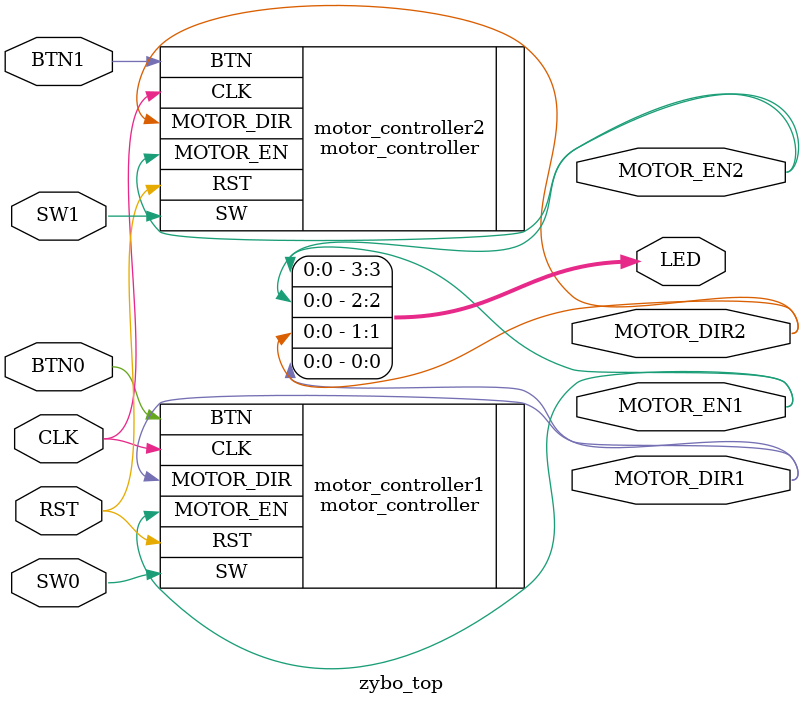
<source format=v>
module zybo_top (

input         CLK,
input         RST,
input         SW0,
input         SW1,
input         BTN0,
input         BTN1,

output [3:0]  LED,
output        MOTOR_EN1,
output        MOTOR_EN2,
output        MOTOR_DIR1,
output        MOTOR_DIR2

);

parameter DEAD_TIME = 26'd124999999;

motor_controller #(.DEAD_TIME(DEAD_TIME)) motor_controller1 (
  .CLK(CLK),
  .RST(RST),
  .SW(SW0),
  .BTN(BTN0),

  .MOTOR_DIR(MOTOR_DIR1),
  .MOTOR_EN(MOTOR_EN1)
);

motor_controller #(.DEAD_TIME(DEAD_TIME)) motor_controller2 (
  .CLK(CLK),
  .RST(RST),
  .SW(SW1),
  .BTN(BTN1),

  .MOTOR_DIR(MOTOR_DIR2),
  .MOTOR_EN(MOTOR_EN2)
);

assign LED[0] = MOTOR_DIR1;
assign LED[1] = MOTOR_DIR2;
assign LED[2] = MOTOR_EN1;
assign LED[3] = MOTOR_EN2;

endmodule

</source>
